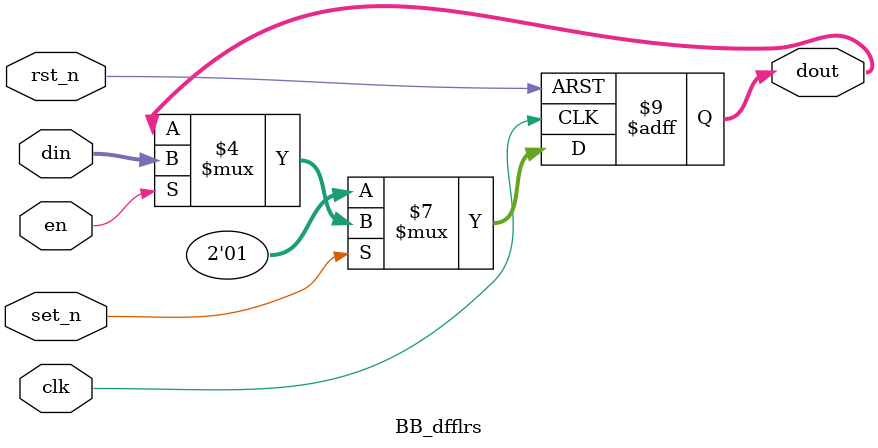
<source format=v>
module BB_dfflrs #(
    parameter DW = 2,
    parameter RST_VAL = 0,
    parameter SET_VAL = 1
) (
    input  wire          clk,
    input  wire          rst_n,
    input  wire          set_n,
    input  wire          en,
    input  wire [DW-1:0] din,
    output reg  [DW-1:0] dout
);

  always @(posedge clk or negedge rst_n) begin
    if (~rst_n) begin
      dout <= RST_VAL;
    end else if (~set_n) begin
      dout <= SET_VAL;
    end else begin
      if (en) begin
        dout <= din;
      end
    end
  end

endmodule

</source>
